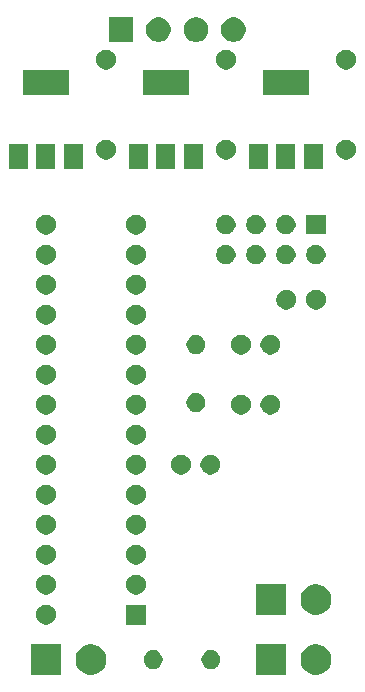
<source format=gbr>
G04 #@! TF.GenerationSoftware,KiCad,Pcbnew,5.1.5-52549c5~84~ubuntu18.04.1*
G04 #@! TF.CreationDate,2020-01-02T13:16:35+00:00*
G04 #@! TF.ProjectId,receiver,72656365-6976-4657-922e-6b696361645f,rev?*
G04 #@! TF.SameCoordinates,Original*
G04 #@! TF.FileFunction,Soldermask,Top*
G04 #@! TF.FilePolarity,Negative*
%FSLAX46Y46*%
G04 Gerber Fmt 4.6, Leading zero omitted, Abs format (unit mm)*
G04 Created by KiCad (PCBNEW 5.1.5-52549c5~84~ubuntu18.04.1) date 2020-01-02 13:16:35*
%MOMM*%
%LPD*%
G04 APERTURE LIST*
%ADD10C,0.100000*%
G04 APERTURE END LIST*
D10*
G36*
X109250680Y-125760680D02*
G01*
X106649320Y-125760680D01*
X106649320Y-123159320D01*
X109250680Y-123159320D01*
X109250680Y-125760680D01*
G37*
G36*
X128300680Y-125760680D02*
G01*
X125699320Y-125760680D01*
X125699320Y-123159320D01*
X128300680Y-123159320D01*
X128300680Y-125760680D01*
G37*
G36*
X131189393Y-123209304D02*
G01*
X131426101Y-123307352D01*
X131426103Y-123307353D01*
X131639135Y-123449696D01*
X131820304Y-123630865D01*
X131962647Y-123843897D01*
X131962648Y-123843899D01*
X132060696Y-124080607D01*
X132110680Y-124331893D01*
X132110680Y-124588107D01*
X132060696Y-124839393D01*
X131962648Y-125076101D01*
X131962647Y-125076103D01*
X131820304Y-125289135D01*
X131639135Y-125470304D01*
X131426103Y-125612647D01*
X131426102Y-125612648D01*
X131426101Y-125612648D01*
X131189393Y-125710696D01*
X130938107Y-125760680D01*
X130681893Y-125760680D01*
X130430607Y-125710696D01*
X130193899Y-125612648D01*
X130193898Y-125612648D01*
X130193897Y-125612647D01*
X129980865Y-125470304D01*
X129799696Y-125289135D01*
X129657353Y-125076103D01*
X129657352Y-125076101D01*
X129559304Y-124839393D01*
X129509320Y-124588107D01*
X129509320Y-124331893D01*
X129559304Y-124080607D01*
X129657352Y-123843899D01*
X129657353Y-123843897D01*
X129799696Y-123630865D01*
X129980865Y-123449696D01*
X130193897Y-123307353D01*
X130193899Y-123307352D01*
X130430607Y-123209304D01*
X130681893Y-123159320D01*
X130938107Y-123159320D01*
X131189393Y-123209304D01*
G37*
G36*
X112139393Y-123209304D02*
G01*
X112376101Y-123307352D01*
X112376103Y-123307353D01*
X112589135Y-123449696D01*
X112770304Y-123630865D01*
X112912647Y-123843897D01*
X112912648Y-123843899D01*
X113010696Y-124080607D01*
X113060680Y-124331893D01*
X113060680Y-124588107D01*
X113010696Y-124839393D01*
X112912648Y-125076101D01*
X112912647Y-125076103D01*
X112770304Y-125289135D01*
X112589135Y-125470304D01*
X112376103Y-125612647D01*
X112376102Y-125612648D01*
X112376101Y-125612648D01*
X112139393Y-125710696D01*
X111888107Y-125760680D01*
X111631893Y-125760680D01*
X111380607Y-125710696D01*
X111143899Y-125612648D01*
X111143898Y-125612648D01*
X111143897Y-125612647D01*
X110930865Y-125470304D01*
X110749696Y-125289135D01*
X110607353Y-125076103D01*
X110607352Y-125076101D01*
X110509304Y-124839393D01*
X110459320Y-124588107D01*
X110459320Y-124331893D01*
X110509304Y-124080607D01*
X110607352Y-123843899D01*
X110607353Y-123843897D01*
X110749696Y-123630865D01*
X110930865Y-123449696D01*
X111143897Y-123307353D01*
X111143899Y-123307352D01*
X111380607Y-123209304D01*
X111631893Y-123159320D01*
X111888107Y-123159320D01*
X112139393Y-123209304D01*
G37*
G36*
X122153642Y-123689781D02*
G01*
X122299414Y-123750162D01*
X122299416Y-123750163D01*
X122430608Y-123837822D01*
X122542178Y-123949392D01*
X122629837Y-124080584D01*
X122629838Y-124080586D01*
X122690219Y-124226358D01*
X122721000Y-124381107D01*
X122721000Y-124538893D01*
X122690219Y-124693642D01*
X122629847Y-124839393D01*
X122629837Y-124839416D01*
X122542178Y-124970608D01*
X122430608Y-125082178D01*
X122299416Y-125169837D01*
X122299415Y-125169838D01*
X122299414Y-125169838D01*
X122153642Y-125230219D01*
X121998893Y-125261000D01*
X121841107Y-125261000D01*
X121686358Y-125230219D01*
X121540586Y-125169838D01*
X121540585Y-125169838D01*
X121540584Y-125169837D01*
X121409392Y-125082178D01*
X121297822Y-124970608D01*
X121210163Y-124839416D01*
X121210153Y-124839393D01*
X121149781Y-124693642D01*
X121119000Y-124538893D01*
X121119000Y-124381107D01*
X121149781Y-124226358D01*
X121210162Y-124080586D01*
X121210163Y-124080584D01*
X121297822Y-123949392D01*
X121409392Y-123837822D01*
X121540584Y-123750163D01*
X121540586Y-123750162D01*
X121686358Y-123689781D01*
X121841107Y-123659000D01*
X121998893Y-123659000D01*
X122153642Y-123689781D01*
G37*
G36*
X117253642Y-123689781D02*
G01*
X117399414Y-123750162D01*
X117399416Y-123750163D01*
X117530608Y-123837822D01*
X117642178Y-123949392D01*
X117729837Y-124080584D01*
X117729838Y-124080586D01*
X117790219Y-124226358D01*
X117821000Y-124381107D01*
X117821000Y-124538893D01*
X117790219Y-124693642D01*
X117729847Y-124839393D01*
X117729837Y-124839416D01*
X117642178Y-124970608D01*
X117530608Y-125082178D01*
X117399416Y-125169837D01*
X117399415Y-125169838D01*
X117399414Y-125169838D01*
X117253642Y-125230219D01*
X117098893Y-125261000D01*
X116941107Y-125261000D01*
X116786358Y-125230219D01*
X116640586Y-125169838D01*
X116640585Y-125169838D01*
X116640584Y-125169837D01*
X116509392Y-125082178D01*
X116397822Y-124970608D01*
X116310163Y-124839416D01*
X116310153Y-124839393D01*
X116249781Y-124693642D01*
X116219000Y-124538893D01*
X116219000Y-124381107D01*
X116249781Y-124226358D01*
X116310162Y-124080586D01*
X116310163Y-124080584D01*
X116397822Y-123949392D01*
X116509392Y-123837822D01*
X116640584Y-123750163D01*
X116640586Y-123750162D01*
X116786358Y-123689781D01*
X116941107Y-123659000D01*
X117098893Y-123659000D01*
X117253642Y-123689781D01*
G37*
G36*
X108198228Y-119831703D02*
G01*
X108353100Y-119895853D01*
X108492481Y-119988985D01*
X108611015Y-120107519D01*
X108704147Y-120246900D01*
X108768297Y-120401772D01*
X108801000Y-120566184D01*
X108801000Y-120733816D01*
X108768297Y-120898228D01*
X108704147Y-121053100D01*
X108611015Y-121192481D01*
X108492481Y-121311015D01*
X108353100Y-121404147D01*
X108198228Y-121468297D01*
X108033816Y-121501000D01*
X107866184Y-121501000D01*
X107701772Y-121468297D01*
X107546900Y-121404147D01*
X107407519Y-121311015D01*
X107288985Y-121192481D01*
X107195853Y-121053100D01*
X107131703Y-120898228D01*
X107099000Y-120733816D01*
X107099000Y-120566184D01*
X107131703Y-120401772D01*
X107195853Y-120246900D01*
X107288985Y-120107519D01*
X107407519Y-119988985D01*
X107546900Y-119895853D01*
X107701772Y-119831703D01*
X107866184Y-119799000D01*
X108033816Y-119799000D01*
X108198228Y-119831703D01*
G37*
G36*
X116421000Y-121501000D02*
G01*
X114719000Y-121501000D01*
X114719000Y-119799000D01*
X116421000Y-119799000D01*
X116421000Y-121501000D01*
G37*
G36*
X128300680Y-120680680D02*
G01*
X125699320Y-120680680D01*
X125699320Y-118079320D01*
X128300680Y-118079320D01*
X128300680Y-120680680D01*
G37*
G36*
X131189393Y-118129304D02*
G01*
X131426101Y-118227352D01*
X131426103Y-118227353D01*
X131639135Y-118369696D01*
X131820304Y-118550865D01*
X131888201Y-118652481D01*
X131962648Y-118763899D01*
X132060696Y-119000607D01*
X132110680Y-119251893D01*
X132110680Y-119508107D01*
X132060696Y-119759393D01*
X131962648Y-119996101D01*
X131962647Y-119996103D01*
X131820304Y-120209135D01*
X131639135Y-120390304D01*
X131426103Y-120532647D01*
X131426102Y-120532648D01*
X131426101Y-120532648D01*
X131189393Y-120630696D01*
X130938107Y-120680680D01*
X130681893Y-120680680D01*
X130430607Y-120630696D01*
X130193899Y-120532648D01*
X130193898Y-120532648D01*
X130193897Y-120532647D01*
X129980865Y-120390304D01*
X129799696Y-120209135D01*
X129657353Y-119996103D01*
X129657352Y-119996101D01*
X129559304Y-119759393D01*
X129509320Y-119508107D01*
X129509320Y-119251893D01*
X129559304Y-119000607D01*
X129657352Y-118763899D01*
X129731799Y-118652481D01*
X129799696Y-118550865D01*
X129980865Y-118369696D01*
X130193897Y-118227353D01*
X130193899Y-118227352D01*
X130430607Y-118129304D01*
X130681893Y-118079320D01*
X130938107Y-118079320D01*
X131189393Y-118129304D01*
G37*
G36*
X115818228Y-117291703D02*
G01*
X115973100Y-117355853D01*
X116112481Y-117448985D01*
X116231015Y-117567519D01*
X116324147Y-117706900D01*
X116388297Y-117861772D01*
X116421000Y-118026184D01*
X116421000Y-118193816D01*
X116388297Y-118358228D01*
X116324147Y-118513100D01*
X116231015Y-118652481D01*
X116112481Y-118771015D01*
X115973100Y-118864147D01*
X115818228Y-118928297D01*
X115653816Y-118961000D01*
X115486184Y-118961000D01*
X115321772Y-118928297D01*
X115166900Y-118864147D01*
X115027519Y-118771015D01*
X114908985Y-118652481D01*
X114815853Y-118513100D01*
X114751703Y-118358228D01*
X114719000Y-118193816D01*
X114719000Y-118026184D01*
X114751703Y-117861772D01*
X114815853Y-117706900D01*
X114908985Y-117567519D01*
X115027519Y-117448985D01*
X115166900Y-117355853D01*
X115321772Y-117291703D01*
X115486184Y-117259000D01*
X115653816Y-117259000D01*
X115818228Y-117291703D01*
G37*
G36*
X108198228Y-117291703D02*
G01*
X108353100Y-117355853D01*
X108492481Y-117448985D01*
X108611015Y-117567519D01*
X108704147Y-117706900D01*
X108768297Y-117861772D01*
X108801000Y-118026184D01*
X108801000Y-118193816D01*
X108768297Y-118358228D01*
X108704147Y-118513100D01*
X108611015Y-118652481D01*
X108492481Y-118771015D01*
X108353100Y-118864147D01*
X108198228Y-118928297D01*
X108033816Y-118961000D01*
X107866184Y-118961000D01*
X107701772Y-118928297D01*
X107546900Y-118864147D01*
X107407519Y-118771015D01*
X107288985Y-118652481D01*
X107195853Y-118513100D01*
X107131703Y-118358228D01*
X107099000Y-118193816D01*
X107099000Y-118026184D01*
X107131703Y-117861772D01*
X107195853Y-117706900D01*
X107288985Y-117567519D01*
X107407519Y-117448985D01*
X107546900Y-117355853D01*
X107701772Y-117291703D01*
X107866184Y-117259000D01*
X108033816Y-117259000D01*
X108198228Y-117291703D01*
G37*
G36*
X108198228Y-114751703D02*
G01*
X108353100Y-114815853D01*
X108492481Y-114908985D01*
X108611015Y-115027519D01*
X108704147Y-115166900D01*
X108768297Y-115321772D01*
X108801000Y-115486184D01*
X108801000Y-115653816D01*
X108768297Y-115818228D01*
X108704147Y-115973100D01*
X108611015Y-116112481D01*
X108492481Y-116231015D01*
X108353100Y-116324147D01*
X108198228Y-116388297D01*
X108033816Y-116421000D01*
X107866184Y-116421000D01*
X107701772Y-116388297D01*
X107546900Y-116324147D01*
X107407519Y-116231015D01*
X107288985Y-116112481D01*
X107195853Y-115973100D01*
X107131703Y-115818228D01*
X107099000Y-115653816D01*
X107099000Y-115486184D01*
X107131703Y-115321772D01*
X107195853Y-115166900D01*
X107288985Y-115027519D01*
X107407519Y-114908985D01*
X107546900Y-114815853D01*
X107701772Y-114751703D01*
X107866184Y-114719000D01*
X108033816Y-114719000D01*
X108198228Y-114751703D01*
G37*
G36*
X115818228Y-114751703D02*
G01*
X115973100Y-114815853D01*
X116112481Y-114908985D01*
X116231015Y-115027519D01*
X116324147Y-115166900D01*
X116388297Y-115321772D01*
X116421000Y-115486184D01*
X116421000Y-115653816D01*
X116388297Y-115818228D01*
X116324147Y-115973100D01*
X116231015Y-116112481D01*
X116112481Y-116231015D01*
X115973100Y-116324147D01*
X115818228Y-116388297D01*
X115653816Y-116421000D01*
X115486184Y-116421000D01*
X115321772Y-116388297D01*
X115166900Y-116324147D01*
X115027519Y-116231015D01*
X114908985Y-116112481D01*
X114815853Y-115973100D01*
X114751703Y-115818228D01*
X114719000Y-115653816D01*
X114719000Y-115486184D01*
X114751703Y-115321772D01*
X114815853Y-115166900D01*
X114908985Y-115027519D01*
X115027519Y-114908985D01*
X115166900Y-114815853D01*
X115321772Y-114751703D01*
X115486184Y-114719000D01*
X115653816Y-114719000D01*
X115818228Y-114751703D01*
G37*
G36*
X115818228Y-112211703D02*
G01*
X115973100Y-112275853D01*
X116112481Y-112368985D01*
X116231015Y-112487519D01*
X116324147Y-112626900D01*
X116388297Y-112781772D01*
X116421000Y-112946184D01*
X116421000Y-113113816D01*
X116388297Y-113278228D01*
X116324147Y-113433100D01*
X116231015Y-113572481D01*
X116112481Y-113691015D01*
X115973100Y-113784147D01*
X115818228Y-113848297D01*
X115653816Y-113881000D01*
X115486184Y-113881000D01*
X115321772Y-113848297D01*
X115166900Y-113784147D01*
X115027519Y-113691015D01*
X114908985Y-113572481D01*
X114815853Y-113433100D01*
X114751703Y-113278228D01*
X114719000Y-113113816D01*
X114719000Y-112946184D01*
X114751703Y-112781772D01*
X114815853Y-112626900D01*
X114908985Y-112487519D01*
X115027519Y-112368985D01*
X115166900Y-112275853D01*
X115321772Y-112211703D01*
X115486184Y-112179000D01*
X115653816Y-112179000D01*
X115818228Y-112211703D01*
G37*
G36*
X108198228Y-112211703D02*
G01*
X108353100Y-112275853D01*
X108492481Y-112368985D01*
X108611015Y-112487519D01*
X108704147Y-112626900D01*
X108768297Y-112781772D01*
X108801000Y-112946184D01*
X108801000Y-113113816D01*
X108768297Y-113278228D01*
X108704147Y-113433100D01*
X108611015Y-113572481D01*
X108492481Y-113691015D01*
X108353100Y-113784147D01*
X108198228Y-113848297D01*
X108033816Y-113881000D01*
X107866184Y-113881000D01*
X107701772Y-113848297D01*
X107546900Y-113784147D01*
X107407519Y-113691015D01*
X107288985Y-113572481D01*
X107195853Y-113433100D01*
X107131703Y-113278228D01*
X107099000Y-113113816D01*
X107099000Y-112946184D01*
X107131703Y-112781772D01*
X107195853Y-112626900D01*
X107288985Y-112487519D01*
X107407519Y-112368985D01*
X107546900Y-112275853D01*
X107701772Y-112211703D01*
X107866184Y-112179000D01*
X108033816Y-112179000D01*
X108198228Y-112211703D01*
G37*
G36*
X115818228Y-109671703D02*
G01*
X115973100Y-109735853D01*
X116112481Y-109828985D01*
X116231015Y-109947519D01*
X116324147Y-110086900D01*
X116388297Y-110241772D01*
X116421000Y-110406184D01*
X116421000Y-110573816D01*
X116388297Y-110738228D01*
X116324147Y-110893100D01*
X116231015Y-111032481D01*
X116112481Y-111151015D01*
X115973100Y-111244147D01*
X115818228Y-111308297D01*
X115653816Y-111341000D01*
X115486184Y-111341000D01*
X115321772Y-111308297D01*
X115166900Y-111244147D01*
X115027519Y-111151015D01*
X114908985Y-111032481D01*
X114815853Y-110893100D01*
X114751703Y-110738228D01*
X114719000Y-110573816D01*
X114719000Y-110406184D01*
X114751703Y-110241772D01*
X114815853Y-110086900D01*
X114908985Y-109947519D01*
X115027519Y-109828985D01*
X115166900Y-109735853D01*
X115321772Y-109671703D01*
X115486184Y-109639000D01*
X115653816Y-109639000D01*
X115818228Y-109671703D01*
G37*
G36*
X108198228Y-109671703D02*
G01*
X108353100Y-109735853D01*
X108492481Y-109828985D01*
X108611015Y-109947519D01*
X108704147Y-110086900D01*
X108768297Y-110241772D01*
X108801000Y-110406184D01*
X108801000Y-110573816D01*
X108768297Y-110738228D01*
X108704147Y-110893100D01*
X108611015Y-111032481D01*
X108492481Y-111151015D01*
X108353100Y-111244147D01*
X108198228Y-111308297D01*
X108033816Y-111341000D01*
X107866184Y-111341000D01*
X107701772Y-111308297D01*
X107546900Y-111244147D01*
X107407519Y-111151015D01*
X107288985Y-111032481D01*
X107195853Y-110893100D01*
X107131703Y-110738228D01*
X107099000Y-110573816D01*
X107099000Y-110406184D01*
X107131703Y-110241772D01*
X107195853Y-110086900D01*
X107288985Y-109947519D01*
X107407519Y-109828985D01*
X107546900Y-109735853D01*
X107701772Y-109671703D01*
X107866184Y-109639000D01*
X108033816Y-109639000D01*
X108198228Y-109671703D01*
G37*
G36*
X119628228Y-107131703D02*
G01*
X119783100Y-107195853D01*
X119922481Y-107288985D01*
X120041015Y-107407519D01*
X120134147Y-107546900D01*
X120198297Y-107701772D01*
X120231000Y-107866184D01*
X120231000Y-108033816D01*
X120198297Y-108198228D01*
X120134147Y-108353100D01*
X120041015Y-108492481D01*
X119922481Y-108611015D01*
X119783100Y-108704147D01*
X119628228Y-108768297D01*
X119463816Y-108801000D01*
X119296184Y-108801000D01*
X119131772Y-108768297D01*
X118976900Y-108704147D01*
X118837519Y-108611015D01*
X118718985Y-108492481D01*
X118625853Y-108353100D01*
X118561703Y-108198228D01*
X118529000Y-108033816D01*
X118529000Y-107866184D01*
X118561703Y-107701772D01*
X118625853Y-107546900D01*
X118718985Y-107407519D01*
X118837519Y-107288985D01*
X118976900Y-107195853D01*
X119131772Y-107131703D01*
X119296184Y-107099000D01*
X119463816Y-107099000D01*
X119628228Y-107131703D01*
G37*
G36*
X108198228Y-107131703D02*
G01*
X108353100Y-107195853D01*
X108492481Y-107288985D01*
X108611015Y-107407519D01*
X108704147Y-107546900D01*
X108768297Y-107701772D01*
X108801000Y-107866184D01*
X108801000Y-108033816D01*
X108768297Y-108198228D01*
X108704147Y-108353100D01*
X108611015Y-108492481D01*
X108492481Y-108611015D01*
X108353100Y-108704147D01*
X108198228Y-108768297D01*
X108033816Y-108801000D01*
X107866184Y-108801000D01*
X107701772Y-108768297D01*
X107546900Y-108704147D01*
X107407519Y-108611015D01*
X107288985Y-108492481D01*
X107195853Y-108353100D01*
X107131703Y-108198228D01*
X107099000Y-108033816D01*
X107099000Y-107866184D01*
X107131703Y-107701772D01*
X107195853Y-107546900D01*
X107288985Y-107407519D01*
X107407519Y-107288985D01*
X107546900Y-107195853D01*
X107701772Y-107131703D01*
X107866184Y-107099000D01*
X108033816Y-107099000D01*
X108198228Y-107131703D01*
G37*
G36*
X122128228Y-107131703D02*
G01*
X122283100Y-107195853D01*
X122422481Y-107288985D01*
X122541015Y-107407519D01*
X122634147Y-107546900D01*
X122698297Y-107701772D01*
X122731000Y-107866184D01*
X122731000Y-108033816D01*
X122698297Y-108198228D01*
X122634147Y-108353100D01*
X122541015Y-108492481D01*
X122422481Y-108611015D01*
X122283100Y-108704147D01*
X122128228Y-108768297D01*
X121963816Y-108801000D01*
X121796184Y-108801000D01*
X121631772Y-108768297D01*
X121476900Y-108704147D01*
X121337519Y-108611015D01*
X121218985Y-108492481D01*
X121125853Y-108353100D01*
X121061703Y-108198228D01*
X121029000Y-108033816D01*
X121029000Y-107866184D01*
X121061703Y-107701772D01*
X121125853Y-107546900D01*
X121218985Y-107407519D01*
X121337519Y-107288985D01*
X121476900Y-107195853D01*
X121631772Y-107131703D01*
X121796184Y-107099000D01*
X121963816Y-107099000D01*
X122128228Y-107131703D01*
G37*
G36*
X115818228Y-107131703D02*
G01*
X115973100Y-107195853D01*
X116112481Y-107288985D01*
X116231015Y-107407519D01*
X116324147Y-107546900D01*
X116388297Y-107701772D01*
X116421000Y-107866184D01*
X116421000Y-108033816D01*
X116388297Y-108198228D01*
X116324147Y-108353100D01*
X116231015Y-108492481D01*
X116112481Y-108611015D01*
X115973100Y-108704147D01*
X115818228Y-108768297D01*
X115653816Y-108801000D01*
X115486184Y-108801000D01*
X115321772Y-108768297D01*
X115166900Y-108704147D01*
X115027519Y-108611015D01*
X114908985Y-108492481D01*
X114815853Y-108353100D01*
X114751703Y-108198228D01*
X114719000Y-108033816D01*
X114719000Y-107866184D01*
X114751703Y-107701772D01*
X114815853Y-107546900D01*
X114908985Y-107407519D01*
X115027519Y-107288985D01*
X115166900Y-107195853D01*
X115321772Y-107131703D01*
X115486184Y-107099000D01*
X115653816Y-107099000D01*
X115818228Y-107131703D01*
G37*
G36*
X108198228Y-104591703D02*
G01*
X108353100Y-104655853D01*
X108492481Y-104748985D01*
X108611015Y-104867519D01*
X108704147Y-105006900D01*
X108768297Y-105161772D01*
X108801000Y-105326184D01*
X108801000Y-105493816D01*
X108768297Y-105658228D01*
X108704147Y-105813100D01*
X108611015Y-105952481D01*
X108492481Y-106071015D01*
X108353100Y-106164147D01*
X108198228Y-106228297D01*
X108033816Y-106261000D01*
X107866184Y-106261000D01*
X107701772Y-106228297D01*
X107546900Y-106164147D01*
X107407519Y-106071015D01*
X107288985Y-105952481D01*
X107195853Y-105813100D01*
X107131703Y-105658228D01*
X107099000Y-105493816D01*
X107099000Y-105326184D01*
X107131703Y-105161772D01*
X107195853Y-105006900D01*
X107288985Y-104867519D01*
X107407519Y-104748985D01*
X107546900Y-104655853D01*
X107701772Y-104591703D01*
X107866184Y-104559000D01*
X108033816Y-104559000D01*
X108198228Y-104591703D01*
G37*
G36*
X115818228Y-104591703D02*
G01*
X115973100Y-104655853D01*
X116112481Y-104748985D01*
X116231015Y-104867519D01*
X116324147Y-105006900D01*
X116388297Y-105161772D01*
X116421000Y-105326184D01*
X116421000Y-105493816D01*
X116388297Y-105658228D01*
X116324147Y-105813100D01*
X116231015Y-105952481D01*
X116112481Y-106071015D01*
X115973100Y-106164147D01*
X115818228Y-106228297D01*
X115653816Y-106261000D01*
X115486184Y-106261000D01*
X115321772Y-106228297D01*
X115166900Y-106164147D01*
X115027519Y-106071015D01*
X114908985Y-105952481D01*
X114815853Y-105813100D01*
X114751703Y-105658228D01*
X114719000Y-105493816D01*
X114719000Y-105326184D01*
X114751703Y-105161772D01*
X114815853Y-105006900D01*
X114908985Y-104867519D01*
X115027519Y-104748985D01*
X115166900Y-104655853D01*
X115321772Y-104591703D01*
X115486184Y-104559000D01*
X115653816Y-104559000D01*
X115818228Y-104591703D01*
G37*
G36*
X127208228Y-102051703D02*
G01*
X127363100Y-102115853D01*
X127502481Y-102208985D01*
X127621015Y-102327519D01*
X127714147Y-102466900D01*
X127778297Y-102621772D01*
X127811000Y-102786184D01*
X127811000Y-102953816D01*
X127778297Y-103118228D01*
X127714147Y-103273100D01*
X127621015Y-103412481D01*
X127502481Y-103531015D01*
X127363100Y-103624147D01*
X127208228Y-103688297D01*
X127043816Y-103721000D01*
X126876184Y-103721000D01*
X126711772Y-103688297D01*
X126556900Y-103624147D01*
X126417519Y-103531015D01*
X126298985Y-103412481D01*
X126205853Y-103273100D01*
X126141703Y-103118228D01*
X126109000Y-102953816D01*
X126109000Y-102786184D01*
X126141703Y-102621772D01*
X126205853Y-102466900D01*
X126298985Y-102327519D01*
X126417519Y-102208985D01*
X126556900Y-102115853D01*
X126711772Y-102051703D01*
X126876184Y-102019000D01*
X127043816Y-102019000D01*
X127208228Y-102051703D01*
G37*
G36*
X124708228Y-102051703D02*
G01*
X124863100Y-102115853D01*
X125002481Y-102208985D01*
X125121015Y-102327519D01*
X125214147Y-102466900D01*
X125278297Y-102621772D01*
X125311000Y-102786184D01*
X125311000Y-102953816D01*
X125278297Y-103118228D01*
X125214147Y-103273100D01*
X125121015Y-103412481D01*
X125002481Y-103531015D01*
X124863100Y-103624147D01*
X124708228Y-103688297D01*
X124543816Y-103721000D01*
X124376184Y-103721000D01*
X124211772Y-103688297D01*
X124056900Y-103624147D01*
X123917519Y-103531015D01*
X123798985Y-103412481D01*
X123705853Y-103273100D01*
X123641703Y-103118228D01*
X123609000Y-102953816D01*
X123609000Y-102786184D01*
X123641703Y-102621772D01*
X123705853Y-102466900D01*
X123798985Y-102327519D01*
X123917519Y-102208985D01*
X124056900Y-102115853D01*
X124211772Y-102051703D01*
X124376184Y-102019000D01*
X124543816Y-102019000D01*
X124708228Y-102051703D01*
G37*
G36*
X115818228Y-102051703D02*
G01*
X115973100Y-102115853D01*
X116112481Y-102208985D01*
X116231015Y-102327519D01*
X116324147Y-102466900D01*
X116388297Y-102621772D01*
X116421000Y-102786184D01*
X116421000Y-102953816D01*
X116388297Y-103118228D01*
X116324147Y-103273100D01*
X116231015Y-103412481D01*
X116112481Y-103531015D01*
X115973100Y-103624147D01*
X115818228Y-103688297D01*
X115653816Y-103721000D01*
X115486184Y-103721000D01*
X115321772Y-103688297D01*
X115166900Y-103624147D01*
X115027519Y-103531015D01*
X114908985Y-103412481D01*
X114815853Y-103273100D01*
X114751703Y-103118228D01*
X114719000Y-102953816D01*
X114719000Y-102786184D01*
X114751703Y-102621772D01*
X114815853Y-102466900D01*
X114908985Y-102327519D01*
X115027519Y-102208985D01*
X115166900Y-102115853D01*
X115321772Y-102051703D01*
X115486184Y-102019000D01*
X115653816Y-102019000D01*
X115818228Y-102051703D01*
G37*
G36*
X108198228Y-102051703D02*
G01*
X108353100Y-102115853D01*
X108492481Y-102208985D01*
X108611015Y-102327519D01*
X108704147Y-102466900D01*
X108768297Y-102621772D01*
X108801000Y-102786184D01*
X108801000Y-102953816D01*
X108768297Y-103118228D01*
X108704147Y-103273100D01*
X108611015Y-103412481D01*
X108492481Y-103531015D01*
X108353100Y-103624147D01*
X108198228Y-103688297D01*
X108033816Y-103721000D01*
X107866184Y-103721000D01*
X107701772Y-103688297D01*
X107546900Y-103624147D01*
X107407519Y-103531015D01*
X107288985Y-103412481D01*
X107195853Y-103273100D01*
X107131703Y-103118228D01*
X107099000Y-102953816D01*
X107099000Y-102786184D01*
X107131703Y-102621772D01*
X107195853Y-102466900D01*
X107288985Y-102327519D01*
X107407519Y-102208985D01*
X107546900Y-102115853D01*
X107701772Y-102051703D01*
X107866184Y-102019000D01*
X108033816Y-102019000D01*
X108198228Y-102051703D01*
G37*
G36*
X120883642Y-101919781D02*
G01*
X121029414Y-101980162D01*
X121029416Y-101980163D01*
X121160608Y-102067822D01*
X121272178Y-102179392D01*
X121291951Y-102208985D01*
X121359838Y-102310586D01*
X121420219Y-102456358D01*
X121451000Y-102611107D01*
X121451000Y-102768893D01*
X121420219Y-102923642D01*
X121407720Y-102953816D01*
X121359837Y-103069416D01*
X121272178Y-103200608D01*
X121160608Y-103312178D01*
X121029416Y-103399837D01*
X121029415Y-103399838D01*
X121029414Y-103399838D01*
X120883642Y-103460219D01*
X120728893Y-103491000D01*
X120571107Y-103491000D01*
X120416358Y-103460219D01*
X120270586Y-103399838D01*
X120270585Y-103399838D01*
X120270584Y-103399837D01*
X120139392Y-103312178D01*
X120027822Y-103200608D01*
X119940163Y-103069416D01*
X119892280Y-102953816D01*
X119879781Y-102923642D01*
X119849000Y-102768893D01*
X119849000Y-102611107D01*
X119879781Y-102456358D01*
X119940162Y-102310586D01*
X120008049Y-102208985D01*
X120027822Y-102179392D01*
X120139392Y-102067822D01*
X120270584Y-101980163D01*
X120270586Y-101980162D01*
X120416358Y-101919781D01*
X120571107Y-101889000D01*
X120728893Y-101889000D01*
X120883642Y-101919781D01*
G37*
G36*
X108198228Y-99511703D02*
G01*
X108353100Y-99575853D01*
X108492481Y-99668985D01*
X108611015Y-99787519D01*
X108704147Y-99926900D01*
X108768297Y-100081772D01*
X108801000Y-100246184D01*
X108801000Y-100413816D01*
X108768297Y-100578228D01*
X108704147Y-100733100D01*
X108611015Y-100872481D01*
X108492481Y-100991015D01*
X108353100Y-101084147D01*
X108198228Y-101148297D01*
X108033816Y-101181000D01*
X107866184Y-101181000D01*
X107701772Y-101148297D01*
X107546900Y-101084147D01*
X107407519Y-100991015D01*
X107288985Y-100872481D01*
X107195853Y-100733100D01*
X107131703Y-100578228D01*
X107099000Y-100413816D01*
X107099000Y-100246184D01*
X107131703Y-100081772D01*
X107195853Y-99926900D01*
X107288985Y-99787519D01*
X107407519Y-99668985D01*
X107546900Y-99575853D01*
X107701772Y-99511703D01*
X107866184Y-99479000D01*
X108033816Y-99479000D01*
X108198228Y-99511703D01*
G37*
G36*
X115818228Y-99511703D02*
G01*
X115973100Y-99575853D01*
X116112481Y-99668985D01*
X116231015Y-99787519D01*
X116324147Y-99926900D01*
X116388297Y-100081772D01*
X116421000Y-100246184D01*
X116421000Y-100413816D01*
X116388297Y-100578228D01*
X116324147Y-100733100D01*
X116231015Y-100872481D01*
X116112481Y-100991015D01*
X115973100Y-101084147D01*
X115818228Y-101148297D01*
X115653816Y-101181000D01*
X115486184Y-101181000D01*
X115321772Y-101148297D01*
X115166900Y-101084147D01*
X115027519Y-100991015D01*
X114908985Y-100872481D01*
X114815853Y-100733100D01*
X114751703Y-100578228D01*
X114719000Y-100413816D01*
X114719000Y-100246184D01*
X114751703Y-100081772D01*
X114815853Y-99926900D01*
X114908985Y-99787519D01*
X115027519Y-99668985D01*
X115166900Y-99575853D01*
X115321772Y-99511703D01*
X115486184Y-99479000D01*
X115653816Y-99479000D01*
X115818228Y-99511703D01*
G37*
G36*
X108198228Y-96971703D02*
G01*
X108353100Y-97035853D01*
X108492481Y-97128985D01*
X108611015Y-97247519D01*
X108704147Y-97386900D01*
X108768297Y-97541772D01*
X108801000Y-97706184D01*
X108801000Y-97873816D01*
X108768297Y-98038228D01*
X108704147Y-98193100D01*
X108611015Y-98332481D01*
X108492481Y-98451015D01*
X108353100Y-98544147D01*
X108198228Y-98608297D01*
X108033816Y-98641000D01*
X107866184Y-98641000D01*
X107701772Y-98608297D01*
X107546900Y-98544147D01*
X107407519Y-98451015D01*
X107288985Y-98332481D01*
X107195853Y-98193100D01*
X107131703Y-98038228D01*
X107099000Y-97873816D01*
X107099000Y-97706184D01*
X107131703Y-97541772D01*
X107195853Y-97386900D01*
X107288985Y-97247519D01*
X107407519Y-97128985D01*
X107546900Y-97035853D01*
X107701772Y-96971703D01*
X107866184Y-96939000D01*
X108033816Y-96939000D01*
X108198228Y-96971703D01*
G37*
G36*
X115818228Y-96971703D02*
G01*
X115973100Y-97035853D01*
X116112481Y-97128985D01*
X116231015Y-97247519D01*
X116324147Y-97386900D01*
X116388297Y-97541772D01*
X116421000Y-97706184D01*
X116421000Y-97873816D01*
X116388297Y-98038228D01*
X116324147Y-98193100D01*
X116231015Y-98332481D01*
X116112481Y-98451015D01*
X115973100Y-98544147D01*
X115818228Y-98608297D01*
X115653816Y-98641000D01*
X115486184Y-98641000D01*
X115321772Y-98608297D01*
X115166900Y-98544147D01*
X115027519Y-98451015D01*
X114908985Y-98332481D01*
X114815853Y-98193100D01*
X114751703Y-98038228D01*
X114719000Y-97873816D01*
X114719000Y-97706184D01*
X114751703Y-97541772D01*
X114815853Y-97386900D01*
X114908985Y-97247519D01*
X115027519Y-97128985D01*
X115166900Y-97035853D01*
X115321772Y-96971703D01*
X115486184Y-96939000D01*
X115653816Y-96939000D01*
X115818228Y-96971703D01*
G37*
G36*
X124708228Y-96971703D02*
G01*
X124863100Y-97035853D01*
X125002481Y-97128985D01*
X125121015Y-97247519D01*
X125214147Y-97386900D01*
X125278297Y-97541772D01*
X125311000Y-97706184D01*
X125311000Y-97873816D01*
X125278297Y-98038228D01*
X125214147Y-98193100D01*
X125121015Y-98332481D01*
X125002481Y-98451015D01*
X124863100Y-98544147D01*
X124708228Y-98608297D01*
X124543816Y-98641000D01*
X124376184Y-98641000D01*
X124211772Y-98608297D01*
X124056900Y-98544147D01*
X123917519Y-98451015D01*
X123798985Y-98332481D01*
X123705853Y-98193100D01*
X123641703Y-98038228D01*
X123609000Y-97873816D01*
X123609000Y-97706184D01*
X123641703Y-97541772D01*
X123705853Y-97386900D01*
X123798985Y-97247519D01*
X123917519Y-97128985D01*
X124056900Y-97035853D01*
X124211772Y-96971703D01*
X124376184Y-96939000D01*
X124543816Y-96939000D01*
X124708228Y-96971703D01*
G37*
G36*
X127208228Y-96971703D02*
G01*
X127363100Y-97035853D01*
X127502481Y-97128985D01*
X127621015Y-97247519D01*
X127714147Y-97386900D01*
X127778297Y-97541772D01*
X127811000Y-97706184D01*
X127811000Y-97873816D01*
X127778297Y-98038228D01*
X127714147Y-98193100D01*
X127621015Y-98332481D01*
X127502481Y-98451015D01*
X127363100Y-98544147D01*
X127208228Y-98608297D01*
X127043816Y-98641000D01*
X126876184Y-98641000D01*
X126711772Y-98608297D01*
X126556900Y-98544147D01*
X126417519Y-98451015D01*
X126298985Y-98332481D01*
X126205853Y-98193100D01*
X126141703Y-98038228D01*
X126109000Y-97873816D01*
X126109000Y-97706184D01*
X126141703Y-97541772D01*
X126205853Y-97386900D01*
X126298985Y-97247519D01*
X126417519Y-97128985D01*
X126556900Y-97035853D01*
X126711772Y-96971703D01*
X126876184Y-96939000D01*
X127043816Y-96939000D01*
X127208228Y-96971703D01*
G37*
G36*
X120883642Y-97019781D02*
G01*
X121029414Y-97080162D01*
X121029416Y-97080163D01*
X121160608Y-97167822D01*
X121272178Y-97279392D01*
X121344012Y-97386900D01*
X121359838Y-97410586D01*
X121420219Y-97556358D01*
X121451000Y-97711107D01*
X121451000Y-97868893D01*
X121420219Y-98023642D01*
X121359838Y-98169414D01*
X121359837Y-98169416D01*
X121272178Y-98300608D01*
X121160608Y-98412178D01*
X121029416Y-98499837D01*
X121029415Y-98499838D01*
X121029414Y-98499838D01*
X120883642Y-98560219D01*
X120728893Y-98591000D01*
X120571107Y-98591000D01*
X120416358Y-98560219D01*
X120270586Y-98499838D01*
X120270585Y-98499838D01*
X120270584Y-98499837D01*
X120139392Y-98412178D01*
X120027822Y-98300608D01*
X119940163Y-98169416D01*
X119940162Y-98169414D01*
X119879781Y-98023642D01*
X119849000Y-97868893D01*
X119849000Y-97711107D01*
X119879781Y-97556358D01*
X119940162Y-97410586D01*
X119955988Y-97386900D01*
X120027822Y-97279392D01*
X120139392Y-97167822D01*
X120270584Y-97080163D01*
X120270586Y-97080162D01*
X120416358Y-97019781D01*
X120571107Y-96989000D01*
X120728893Y-96989000D01*
X120883642Y-97019781D01*
G37*
G36*
X108198228Y-94431703D02*
G01*
X108353100Y-94495853D01*
X108492481Y-94588985D01*
X108611015Y-94707519D01*
X108704147Y-94846900D01*
X108768297Y-95001772D01*
X108801000Y-95166184D01*
X108801000Y-95333816D01*
X108768297Y-95498228D01*
X108704147Y-95653100D01*
X108611015Y-95792481D01*
X108492481Y-95911015D01*
X108353100Y-96004147D01*
X108198228Y-96068297D01*
X108033816Y-96101000D01*
X107866184Y-96101000D01*
X107701772Y-96068297D01*
X107546900Y-96004147D01*
X107407519Y-95911015D01*
X107288985Y-95792481D01*
X107195853Y-95653100D01*
X107131703Y-95498228D01*
X107099000Y-95333816D01*
X107099000Y-95166184D01*
X107131703Y-95001772D01*
X107195853Y-94846900D01*
X107288985Y-94707519D01*
X107407519Y-94588985D01*
X107546900Y-94495853D01*
X107701772Y-94431703D01*
X107866184Y-94399000D01*
X108033816Y-94399000D01*
X108198228Y-94431703D01*
G37*
G36*
X115818228Y-94431703D02*
G01*
X115973100Y-94495853D01*
X116112481Y-94588985D01*
X116231015Y-94707519D01*
X116324147Y-94846900D01*
X116388297Y-95001772D01*
X116421000Y-95166184D01*
X116421000Y-95333816D01*
X116388297Y-95498228D01*
X116324147Y-95653100D01*
X116231015Y-95792481D01*
X116112481Y-95911015D01*
X115973100Y-96004147D01*
X115818228Y-96068297D01*
X115653816Y-96101000D01*
X115486184Y-96101000D01*
X115321772Y-96068297D01*
X115166900Y-96004147D01*
X115027519Y-95911015D01*
X114908985Y-95792481D01*
X114815853Y-95653100D01*
X114751703Y-95498228D01*
X114719000Y-95333816D01*
X114719000Y-95166184D01*
X114751703Y-95001772D01*
X114815853Y-94846900D01*
X114908985Y-94707519D01*
X115027519Y-94588985D01*
X115166900Y-94495853D01*
X115321772Y-94431703D01*
X115486184Y-94399000D01*
X115653816Y-94399000D01*
X115818228Y-94431703D01*
G37*
G36*
X128558228Y-93161703D02*
G01*
X128713100Y-93225853D01*
X128852481Y-93318985D01*
X128971015Y-93437519D01*
X129064147Y-93576900D01*
X129128297Y-93731772D01*
X129161000Y-93896184D01*
X129161000Y-94063816D01*
X129128297Y-94228228D01*
X129064147Y-94383100D01*
X128971015Y-94522481D01*
X128852481Y-94641015D01*
X128713100Y-94734147D01*
X128558228Y-94798297D01*
X128393816Y-94831000D01*
X128226184Y-94831000D01*
X128061772Y-94798297D01*
X127906900Y-94734147D01*
X127767519Y-94641015D01*
X127648985Y-94522481D01*
X127555853Y-94383100D01*
X127491703Y-94228228D01*
X127459000Y-94063816D01*
X127459000Y-93896184D01*
X127491703Y-93731772D01*
X127555853Y-93576900D01*
X127648985Y-93437519D01*
X127767519Y-93318985D01*
X127906900Y-93225853D01*
X128061772Y-93161703D01*
X128226184Y-93129000D01*
X128393816Y-93129000D01*
X128558228Y-93161703D01*
G37*
G36*
X131058228Y-93161703D02*
G01*
X131213100Y-93225853D01*
X131352481Y-93318985D01*
X131471015Y-93437519D01*
X131564147Y-93576900D01*
X131628297Y-93731772D01*
X131661000Y-93896184D01*
X131661000Y-94063816D01*
X131628297Y-94228228D01*
X131564147Y-94383100D01*
X131471015Y-94522481D01*
X131352481Y-94641015D01*
X131213100Y-94734147D01*
X131058228Y-94798297D01*
X130893816Y-94831000D01*
X130726184Y-94831000D01*
X130561772Y-94798297D01*
X130406900Y-94734147D01*
X130267519Y-94641015D01*
X130148985Y-94522481D01*
X130055853Y-94383100D01*
X129991703Y-94228228D01*
X129959000Y-94063816D01*
X129959000Y-93896184D01*
X129991703Y-93731772D01*
X130055853Y-93576900D01*
X130148985Y-93437519D01*
X130267519Y-93318985D01*
X130406900Y-93225853D01*
X130561772Y-93161703D01*
X130726184Y-93129000D01*
X130893816Y-93129000D01*
X131058228Y-93161703D01*
G37*
G36*
X115818228Y-91891703D02*
G01*
X115973100Y-91955853D01*
X116112481Y-92048985D01*
X116231015Y-92167519D01*
X116324147Y-92306900D01*
X116388297Y-92461772D01*
X116421000Y-92626184D01*
X116421000Y-92793816D01*
X116388297Y-92958228D01*
X116324147Y-93113100D01*
X116231015Y-93252481D01*
X116112481Y-93371015D01*
X115973100Y-93464147D01*
X115818228Y-93528297D01*
X115653816Y-93561000D01*
X115486184Y-93561000D01*
X115321772Y-93528297D01*
X115166900Y-93464147D01*
X115027519Y-93371015D01*
X114908985Y-93252481D01*
X114815853Y-93113100D01*
X114751703Y-92958228D01*
X114719000Y-92793816D01*
X114719000Y-92626184D01*
X114751703Y-92461772D01*
X114815853Y-92306900D01*
X114908985Y-92167519D01*
X115027519Y-92048985D01*
X115166900Y-91955853D01*
X115321772Y-91891703D01*
X115486184Y-91859000D01*
X115653816Y-91859000D01*
X115818228Y-91891703D01*
G37*
G36*
X108198228Y-91891703D02*
G01*
X108353100Y-91955853D01*
X108492481Y-92048985D01*
X108611015Y-92167519D01*
X108704147Y-92306900D01*
X108768297Y-92461772D01*
X108801000Y-92626184D01*
X108801000Y-92793816D01*
X108768297Y-92958228D01*
X108704147Y-93113100D01*
X108611015Y-93252481D01*
X108492481Y-93371015D01*
X108353100Y-93464147D01*
X108198228Y-93528297D01*
X108033816Y-93561000D01*
X107866184Y-93561000D01*
X107701772Y-93528297D01*
X107546900Y-93464147D01*
X107407519Y-93371015D01*
X107288985Y-93252481D01*
X107195853Y-93113100D01*
X107131703Y-92958228D01*
X107099000Y-92793816D01*
X107099000Y-92626184D01*
X107131703Y-92461772D01*
X107195853Y-92306900D01*
X107288985Y-92167519D01*
X107407519Y-92048985D01*
X107546900Y-91955853D01*
X107701772Y-91891703D01*
X107866184Y-91859000D01*
X108033816Y-91859000D01*
X108198228Y-91891703D01*
G37*
G36*
X115818228Y-89351703D02*
G01*
X115973100Y-89415853D01*
X116112481Y-89508985D01*
X116231015Y-89627519D01*
X116324147Y-89766900D01*
X116388297Y-89921772D01*
X116421000Y-90086184D01*
X116421000Y-90253816D01*
X116388297Y-90418228D01*
X116324147Y-90573100D01*
X116231015Y-90712481D01*
X116112481Y-90831015D01*
X115973100Y-90924147D01*
X115818228Y-90988297D01*
X115653816Y-91021000D01*
X115486184Y-91021000D01*
X115321772Y-90988297D01*
X115166900Y-90924147D01*
X115027519Y-90831015D01*
X114908985Y-90712481D01*
X114815853Y-90573100D01*
X114751703Y-90418228D01*
X114719000Y-90253816D01*
X114719000Y-90086184D01*
X114751703Y-89921772D01*
X114815853Y-89766900D01*
X114908985Y-89627519D01*
X115027519Y-89508985D01*
X115166900Y-89415853D01*
X115321772Y-89351703D01*
X115486184Y-89319000D01*
X115653816Y-89319000D01*
X115818228Y-89351703D01*
G37*
G36*
X108198228Y-89351703D02*
G01*
X108353100Y-89415853D01*
X108492481Y-89508985D01*
X108611015Y-89627519D01*
X108704147Y-89766900D01*
X108768297Y-89921772D01*
X108801000Y-90086184D01*
X108801000Y-90253816D01*
X108768297Y-90418228D01*
X108704147Y-90573100D01*
X108611015Y-90712481D01*
X108492481Y-90831015D01*
X108353100Y-90924147D01*
X108198228Y-90988297D01*
X108033816Y-91021000D01*
X107866184Y-91021000D01*
X107701772Y-90988297D01*
X107546900Y-90924147D01*
X107407519Y-90831015D01*
X107288985Y-90712481D01*
X107195853Y-90573100D01*
X107131703Y-90418228D01*
X107099000Y-90253816D01*
X107099000Y-90086184D01*
X107131703Y-89921772D01*
X107195853Y-89766900D01*
X107288985Y-89627519D01*
X107407519Y-89508985D01*
X107546900Y-89415853D01*
X107701772Y-89351703D01*
X107866184Y-89319000D01*
X108033816Y-89319000D01*
X108198228Y-89351703D01*
G37*
G36*
X125967142Y-89388242D02*
G01*
X126115101Y-89449529D01*
X126248255Y-89538499D01*
X126361501Y-89651745D01*
X126450471Y-89784899D01*
X126511758Y-89932858D01*
X126543000Y-90089925D01*
X126543000Y-90250075D01*
X126511758Y-90407142D01*
X126450471Y-90555101D01*
X126361501Y-90688255D01*
X126248255Y-90801501D01*
X126115101Y-90890471D01*
X125967142Y-90951758D01*
X125810075Y-90983000D01*
X125649925Y-90983000D01*
X125492858Y-90951758D01*
X125344899Y-90890471D01*
X125211745Y-90801501D01*
X125098499Y-90688255D01*
X125009529Y-90555101D01*
X124948242Y-90407142D01*
X124917000Y-90250075D01*
X124917000Y-90089925D01*
X124948242Y-89932858D01*
X125009529Y-89784899D01*
X125098499Y-89651745D01*
X125211745Y-89538499D01*
X125344899Y-89449529D01*
X125492858Y-89388242D01*
X125649925Y-89357000D01*
X125810075Y-89357000D01*
X125967142Y-89388242D01*
G37*
G36*
X128507142Y-89388242D02*
G01*
X128655101Y-89449529D01*
X128788255Y-89538499D01*
X128901501Y-89651745D01*
X128990471Y-89784899D01*
X129051758Y-89932858D01*
X129083000Y-90089925D01*
X129083000Y-90250075D01*
X129051758Y-90407142D01*
X128990471Y-90555101D01*
X128901501Y-90688255D01*
X128788255Y-90801501D01*
X128655101Y-90890471D01*
X128507142Y-90951758D01*
X128350075Y-90983000D01*
X128189925Y-90983000D01*
X128032858Y-90951758D01*
X127884899Y-90890471D01*
X127751745Y-90801501D01*
X127638499Y-90688255D01*
X127549529Y-90555101D01*
X127488242Y-90407142D01*
X127457000Y-90250075D01*
X127457000Y-90089925D01*
X127488242Y-89932858D01*
X127549529Y-89784899D01*
X127638499Y-89651745D01*
X127751745Y-89538499D01*
X127884899Y-89449529D01*
X128032858Y-89388242D01*
X128189925Y-89357000D01*
X128350075Y-89357000D01*
X128507142Y-89388242D01*
G37*
G36*
X131047142Y-89388242D02*
G01*
X131195101Y-89449529D01*
X131328255Y-89538499D01*
X131441501Y-89651745D01*
X131530471Y-89784899D01*
X131591758Y-89932858D01*
X131623000Y-90089925D01*
X131623000Y-90250075D01*
X131591758Y-90407142D01*
X131530471Y-90555101D01*
X131441501Y-90688255D01*
X131328255Y-90801501D01*
X131195101Y-90890471D01*
X131047142Y-90951758D01*
X130890075Y-90983000D01*
X130729925Y-90983000D01*
X130572858Y-90951758D01*
X130424899Y-90890471D01*
X130291745Y-90801501D01*
X130178499Y-90688255D01*
X130089529Y-90555101D01*
X130028242Y-90407142D01*
X129997000Y-90250075D01*
X129997000Y-90089925D01*
X130028242Y-89932858D01*
X130089529Y-89784899D01*
X130178499Y-89651745D01*
X130291745Y-89538499D01*
X130424899Y-89449529D01*
X130572858Y-89388242D01*
X130729925Y-89357000D01*
X130890075Y-89357000D01*
X131047142Y-89388242D01*
G37*
G36*
X123427142Y-89388242D02*
G01*
X123575101Y-89449529D01*
X123708255Y-89538499D01*
X123821501Y-89651745D01*
X123910471Y-89784899D01*
X123971758Y-89932858D01*
X124003000Y-90089925D01*
X124003000Y-90250075D01*
X123971758Y-90407142D01*
X123910471Y-90555101D01*
X123821501Y-90688255D01*
X123708255Y-90801501D01*
X123575101Y-90890471D01*
X123427142Y-90951758D01*
X123270075Y-90983000D01*
X123109925Y-90983000D01*
X122952858Y-90951758D01*
X122804899Y-90890471D01*
X122671745Y-90801501D01*
X122558499Y-90688255D01*
X122469529Y-90555101D01*
X122408242Y-90407142D01*
X122377000Y-90250075D01*
X122377000Y-90089925D01*
X122408242Y-89932858D01*
X122469529Y-89784899D01*
X122558499Y-89651745D01*
X122671745Y-89538499D01*
X122804899Y-89449529D01*
X122952858Y-89388242D01*
X123109925Y-89357000D01*
X123270075Y-89357000D01*
X123427142Y-89388242D01*
G37*
G36*
X115818228Y-86811703D02*
G01*
X115973100Y-86875853D01*
X116112481Y-86968985D01*
X116231015Y-87087519D01*
X116324147Y-87226900D01*
X116388297Y-87381772D01*
X116421000Y-87546184D01*
X116421000Y-87713816D01*
X116388297Y-87878228D01*
X116324147Y-88033100D01*
X116231015Y-88172481D01*
X116112481Y-88291015D01*
X115973100Y-88384147D01*
X115818228Y-88448297D01*
X115653816Y-88481000D01*
X115486184Y-88481000D01*
X115321772Y-88448297D01*
X115166900Y-88384147D01*
X115027519Y-88291015D01*
X114908985Y-88172481D01*
X114815853Y-88033100D01*
X114751703Y-87878228D01*
X114719000Y-87713816D01*
X114719000Y-87546184D01*
X114751703Y-87381772D01*
X114815853Y-87226900D01*
X114908985Y-87087519D01*
X115027519Y-86968985D01*
X115166900Y-86875853D01*
X115321772Y-86811703D01*
X115486184Y-86779000D01*
X115653816Y-86779000D01*
X115818228Y-86811703D01*
G37*
G36*
X108198228Y-86811703D02*
G01*
X108353100Y-86875853D01*
X108492481Y-86968985D01*
X108611015Y-87087519D01*
X108704147Y-87226900D01*
X108768297Y-87381772D01*
X108801000Y-87546184D01*
X108801000Y-87713816D01*
X108768297Y-87878228D01*
X108704147Y-88033100D01*
X108611015Y-88172481D01*
X108492481Y-88291015D01*
X108353100Y-88384147D01*
X108198228Y-88448297D01*
X108033816Y-88481000D01*
X107866184Y-88481000D01*
X107701772Y-88448297D01*
X107546900Y-88384147D01*
X107407519Y-88291015D01*
X107288985Y-88172481D01*
X107195853Y-88033100D01*
X107131703Y-87878228D01*
X107099000Y-87713816D01*
X107099000Y-87546184D01*
X107131703Y-87381772D01*
X107195853Y-87226900D01*
X107288985Y-87087519D01*
X107407519Y-86968985D01*
X107546900Y-86875853D01*
X107701772Y-86811703D01*
X107866184Y-86779000D01*
X108033816Y-86779000D01*
X108198228Y-86811703D01*
G37*
G36*
X123427142Y-86848242D02*
G01*
X123575101Y-86909529D01*
X123708255Y-86998499D01*
X123821501Y-87111745D01*
X123910471Y-87244899D01*
X123971758Y-87392858D01*
X124003000Y-87549925D01*
X124003000Y-87710075D01*
X123971758Y-87867142D01*
X123910471Y-88015101D01*
X123821501Y-88148255D01*
X123708255Y-88261501D01*
X123575101Y-88350471D01*
X123427142Y-88411758D01*
X123270075Y-88443000D01*
X123109925Y-88443000D01*
X122952858Y-88411758D01*
X122804899Y-88350471D01*
X122671745Y-88261501D01*
X122558499Y-88148255D01*
X122469529Y-88015101D01*
X122408242Y-87867142D01*
X122377000Y-87710075D01*
X122377000Y-87549925D01*
X122408242Y-87392858D01*
X122469529Y-87244899D01*
X122558499Y-87111745D01*
X122671745Y-86998499D01*
X122804899Y-86909529D01*
X122952858Y-86848242D01*
X123109925Y-86817000D01*
X123270075Y-86817000D01*
X123427142Y-86848242D01*
G37*
G36*
X131623000Y-88443000D02*
G01*
X129997000Y-88443000D01*
X129997000Y-86817000D01*
X131623000Y-86817000D01*
X131623000Y-88443000D01*
G37*
G36*
X128507142Y-86848242D02*
G01*
X128655101Y-86909529D01*
X128788255Y-86998499D01*
X128901501Y-87111745D01*
X128990471Y-87244899D01*
X129051758Y-87392858D01*
X129083000Y-87549925D01*
X129083000Y-87710075D01*
X129051758Y-87867142D01*
X128990471Y-88015101D01*
X128901501Y-88148255D01*
X128788255Y-88261501D01*
X128655101Y-88350471D01*
X128507142Y-88411758D01*
X128350075Y-88443000D01*
X128189925Y-88443000D01*
X128032858Y-88411758D01*
X127884899Y-88350471D01*
X127751745Y-88261501D01*
X127638499Y-88148255D01*
X127549529Y-88015101D01*
X127488242Y-87867142D01*
X127457000Y-87710075D01*
X127457000Y-87549925D01*
X127488242Y-87392858D01*
X127549529Y-87244899D01*
X127638499Y-87111745D01*
X127751745Y-86998499D01*
X127884899Y-86909529D01*
X128032858Y-86848242D01*
X128189925Y-86817000D01*
X128350075Y-86817000D01*
X128507142Y-86848242D01*
G37*
G36*
X125967142Y-86848242D02*
G01*
X126115101Y-86909529D01*
X126248255Y-86998499D01*
X126361501Y-87111745D01*
X126450471Y-87244899D01*
X126511758Y-87392858D01*
X126543000Y-87549925D01*
X126543000Y-87710075D01*
X126511758Y-87867142D01*
X126450471Y-88015101D01*
X126361501Y-88148255D01*
X126248255Y-88261501D01*
X126115101Y-88350471D01*
X125967142Y-88411758D01*
X125810075Y-88443000D01*
X125649925Y-88443000D01*
X125492858Y-88411758D01*
X125344899Y-88350471D01*
X125211745Y-88261501D01*
X125098499Y-88148255D01*
X125009529Y-88015101D01*
X124948242Y-87867142D01*
X124917000Y-87710075D01*
X124917000Y-87549925D01*
X124948242Y-87392858D01*
X125009529Y-87244899D01*
X125098499Y-87111745D01*
X125211745Y-86998499D01*
X125344899Y-86909529D01*
X125492858Y-86848242D01*
X125649925Y-86817000D01*
X125810075Y-86817000D01*
X125967142Y-86848242D01*
G37*
G36*
X131371000Y-82941000D02*
G01*
X129769000Y-82941000D01*
X129769000Y-80839000D01*
X131371000Y-80839000D01*
X131371000Y-82941000D01*
G37*
G36*
X106451000Y-82941000D02*
G01*
X104849000Y-82941000D01*
X104849000Y-80839000D01*
X106451000Y-80839000D01*
X106451000Y-82941000D01*
G37*
G36*
X116611000Y-82941000D02*
G01*
X115009000Y-82941000D01*
X115009000Y-80839000D01*
X116611000Y-80839000D01*
X116611000Y-82941000D01*
G37*
G36*
X118911000Y-82941000D02*
G01*
X117309000Y-82941000D01*
X117309000Y-80839000D01*
X118911000Y-80839000D01*
X118911000Y-82941000D01*
G37*
G36*
X121211000Y-82941000D02*
G01*
X119609000Y-82941000D01*
X119609000Y-80839000D01*
X121211000Y-80839000D01*
X121211000Y-82941000D01*
G37*
G36*
X129071000Y-82941000D02*
G01*
X127469000Y-82941000D01*
X127469000Y-80839000D01*
X129071000Y-80839000D01*
X129071000Y-82941000D01*
G37*
G36*
X108751000Y-82941000D02*
G01*
X107149000Y-82941000D01*
X107149000Y-80839000D01*
X108751000Y-80839000D01*
X108751000Y-82941000D01*
G37*
G36*
X111051000Y-82941000D02*
G01*
X109449000Y-82941000D01*
X109449000Y-80839000D01*
X111051000Y-80839000D01*
X111051000Y-82941000D01*
G37*
G36*
X126771000Y-82941000D02*
G01*
X125169000Y-82941000D01*
X125169000Y-80839000D01*
X126771000Y-80839000D01*
X126771000Y-82941000D01*
G37*
G36*
X123438228Y-80461703D02*
G01*
X123593100Y-80525853D01*
X123732481Y-80618985D01*
X123851015Y-80737519D01*
X123944147Y-80876900D01*
X124008297Y-81031772D01*
X124041000Y-81196184D01*
X124041000Y-81363816D01*
X124008297Y-81528228D01*
X123944147Y-81683100D01*
X123851015Y-81822481D01*
X123732481Y-81941015D01*
X123593100Y-82034147D01*
X123438228Y-82098297D01*
X123273816Y-82131000D01*
X123106184Y-82131000D01*
X122941772Y-82098297D01*
X122786900Y-82034147D01*
X122647519Y-81941015D01*
X122528985Y-81822481D01*
X122435853Y-81683100D01*
X122371703Y-81528228D01*
X122339000Y-81363816D01*
X122339000Y-81196184D01*
X122371703Y-81031772D01*
X122435853Y-80876900D01*
X122528985Y-80737519D01*
X122647519Y-80618985D01*
X122786900Y-80525853D01*
X122941772Y-80461703D01*
X123106184Y-80429000D01*
X123273816Y-80429000D01*
X123438228Y-80461703D01*
G37*
G36*
X133598228Y-80461703D02*
G01*
X133753100Y-80525853D01*
X133892481Y-80618985D01*
X134011015Y-80737519D01*
X134104147Y-80876900D01*
X134168297Y-81031772D01*
X134201000Y-81196184D01*
X134201000Y-81363816D01*
X134168297Y-81528228D01*
X134104147Y-81683100D01*
X134011015Y-81822481D01*
X133892481Y-81941015D01*
X133753100Y-82034147D01*
X133598228Y-82098297D01*
X133433816Y-82131000D01*
X133266184Y-82131000D01*
X133101772Y-82098297D01*
X132946900Y-82034147D01*
X132807519Y-81941015D01*
X132688985Y-81822481D01*
X132595853Y-81683100D01*
X132531703Y-81528228D01*
X132499000Y-81363816D01*
X132499000Y-81196184D01*
X132531703Y-81031772D01*
X132595853Y-80876900D01*
X132688985Y-80737519D01*
X132807519Y-80618985D01*
X132946900Y-80525853D01*
X133101772Y-80461703D01*
X133266184Y-80429000D01*
X133433816Y-80429000D01*
X133598228Y-80461703D01*
G37*
G36*
X113278228Y-80461703D02*
G01*
X113433100Y-80525853D01*
X113572481Y-80618985D01*
X113691015Y-80737519D01*
X113784147Y-80876900D01*
X113848297Y-81031772D01*
X113881000Y-81196184D01*
X113881000Y-81363816D01*
X113848297Y-81528228D01*
X113784147Y-81683100D01*
X113691015Y-81822481D01*
X113572481Y-81941015D01*
X113433100Y-82034147D01*
X113278228Y-82098297D01*
X113113816Y-82131000D01*
X112946184Y-82131000D01*
X112781772Y-82098297D01*
X112626900Y-82034147D01*
X112487519Y-81941015D01*
X112368985Y-81822481D01*
X112275853Y-81683100D01*
X112211703Y-81528228D01*
X112179000Y-81363816D01*
X112179000Y-81196184D01*
X112211703Y-81031772D01*
X112275853Y-80876900D01*
X112368985Y-80737519D01*
X112487519Y-80618985D01*
X112626900Y-80525853D01*
X112781772Y-80461703D01*
X112946184Y-80429000D01*
X113113816Y-80429000D01*
X113278228Y-80461703D01*
G37*
G36*
X120061000Y-76641000D02*
G01*
X116159000Y-76641000D01*
X116159000Y-74539000D01*
X120061000Y-74539000D01*
X120061000Y-76641000D01*
G37*
G36*
X130221000Y-76641000D02*
G01*
X126319000Y-76641000D01*
X126319000Y-74539000D01*
X130221000Y-74539000D01*
X130221000Y-76641000D01*
G37*
G36*
X109901000Y-76641000D02*
G01*
X105999000Y-76641000D01*
X105999000Y-74539000D01*
X109901000Y-74539000D01*
X109901000Y-76641000D01*
G37*
G36*
X133598228Y-72841703D02*
G01*
X133753100Y-72905853D01*
X133892481Y-72998985D01*
X134011015Y-73117519D01*
X134104147Y-73256900D01*
X134168297Y-73411772D01*
X134201000Y-73576184D01*
X134201000Y-73743816D01*
X134168297Y-73908228D01*
X134104147Y-74063100D01*
X134011015Y-74202481D01*
X133892481Y-74321015D01*
X133753100Y-74414147D01*
X133598228Y-74478297D01*
X133433816Y-74511000D01*
X133266184Y-74511000D01*
X133101772Y-74478297D01*
X132946900Y-74414147D01*
X132807519Y-74321015D01*
X132688985Y-74202481D01*
X132595853Y-74063100D01*
X132531703Y-73908228D01*
X132499000Y-73743816D01*
X132499000Y-73576184D01*
X132531703Y-73411772D01*
X132595853Y-73256900D01*
X132688985Y-73117519D01*
X132807519Y-72998985D01*
X132946900Y-72905853D01*
X133101772Y-72841703D01*
X133266184Y-72809000D01*
X133433816Y-72809000D01*
X133598228Y-72841703D01*
G37*
G36*
X123438228Y-72841703D02*
G01*
X123593100Y-72905853D01*
X123732481Y-72998985D01*
X123851015Y-73117519D01*
X123944147Y-73256900D01*
X124008297Y-73411772D01*
X124041000Y-73576184D01*
X124041000Y-73743816D01*
X124008297Y-73908228D01*
X123944147Y-74063100D01*
X123851015Y-74202481D01*
X123732481Y-74321015D01*
X123593100Y-74414147D01*
X123438228Y-74478297D01*
X123273816Y-74511000D01*
X123106184Y-74511000D01*
X122941772Y-74478297D01*
X122786900Y-74414147D01*
X122647519Y-74321015D01*
X122528985Y-74202481D01*
X122435853Y-74063100D01*
X122371703Y-73908228D01*
X122339000Y-73743816D01*
X122339000Y-73576184D01*
X122371703Y-73411772D01*
X122435853Y-73256900D01*
X122528985Y-73117519D01*
X122647519Y-72998985D01*
X122786900Y-72905853D01*
X122941772Y-72841703D01*
X123106184Y-72809000D01*
X123273816Y-72809000D01*
X123438228Y-72841703D01*
G37*
G36*
X113278228Y-72841703D02*
G01*
X113433100Y-72905853D01*
X113572481Y-72998985D01*
X113691015Y-73117519D01*
X113784147Y-73256900D01*
X113848297Y-73411772D01*
X113881000Y-73576184D01*
X113881000Y-73743816D01*
X113848297Y-73908228D01*
X113784147Y-74063100D01*
X113691015Y-74202481D01*
X113572481Y-74321015D01*
X113433100Y-74414147D01*
X113278228Y-74478297D01*
X113113816Y-74511000D01*
X112946184Y-74511000D01*
X112781772Y-74478297D01*
X112626900Y-74414147D01*
X112487519Y-74321015D01*
X112368985Y-74202481D01*
X112275853Y-74063100D01*
X112211703Y-73908228D01*
X112179000Y-73743816D01*
X112179000Y-73576184D01*
X112211703Y-73411772D01*
X112275853Y-73256900D01*
X112368985Y-73117519D01*
X112487519Y-72998985D01*
X112626900Y-72905853D01*
X112781772Y-72841703D01*
X112946184Y-72809000D01*
X113113816Y-72809000D01*
X113278228Y-72841703D01*
G37*
G36*
X124131416Y-70109879D02*
G01*
X124322592Y-70189067D01*
X124322594Y-70189068D01*
X124494648Y-70304031D01*
X124640969Y-70450352D01*
X124755933Y-70622408D01*
X124835121Y-70813584D01*
X124875490Y-71016534D01*
X124875490Y-71223466D01*
X124835121Y-71426416D01*
X124755933Y-71617592D01*
X124755932Y-71617594D01*
X124640969Y-71789648D01*
X124494648Y-71935969D01*
X124322594Y-72050932D01*
X124322593Y-72050933D01*
X124322592Y-72050933D01*
X124131416Y-72130121D01*
X123928466Y-72170490D01*
X123721534Y-72170490D01*
X123518584Y-72130121D01*
X123327408Y-72050933D01*
X123327407Y-72050933D01*
X123327406Y-72050932D01*
X123155352Y-71935969D01*
X123009031Y-71789648D01*
X122894068Y-71617594D01*
X122894067Y-71617592D01*
X122814879Y-71426416D01*
X122774510Y-71223466D01*
X122774510Y-71016534D01*
X122814879Y-70813584D01*
X122894067Y-70622408D01*
X123009031Y-70450352D01*
X123155352Y-70304031D01*
X123327406Y-70189068D01*
X123327408Y-70189067D01*
X123518584Y-70109879D01*
X123721534Y-70069510D01*
X123928466Y-70069510D01*
X124131416Y-70109879D01*
G37*
G36*
X120956416Y-70109879D02*
G01*
X121147592Y-70189067D01*
X121147594Y-70189068D01*
X121319648Y-70304031D01*
X121465969Y-70450352D01*
X121580933Y-70622408D01*
X121660121Y-70813584D01*
X121700490Y-71016534D01*
X121700490Y-71223466D01*
X121660121Y-71426416D01*
X121580933Y-71617592D01*
X121580932Y-71617594D01*
X121465969Y-71789648D01*
X121319648Y-71935969D01*
X121147594Y-72050932D01*
X121147593Y-72050933D01*
X121147592Y-72050933D01*
X120956416Y-72130121D01*
X120753466Y-72170490D01*
X120546534Y-72170490D01*
X120343584Y-72130121D01*
X120152408Y-72050933D01*
X120152407Y-72050933D01*
X120152406Y-72050932D01*
X119980352Y-71935969D01*
X119834031Y-71789648D01*
X119719068Y-71617594D01*
X119719067Y-71617592D01*
X119639879Y-71426416D01*
X119599510Y-71223466D01*
X119599510Y-71016534D01*
X119639879Y-70813584D01*
X119719067Y-70622408D01*
X119834031Y-70450352D01*
X119980352Y-70304031D01*
X120152406Y-70189068D01*
X120152408Y-70189067D01*
X120343584Y-70109879D01*
X120546534Y-70069510D01*
X120753466Y-70069510D01*
X120956416Y-70109879D01*
G37*
G36*
X117781416Y-70109879D02*
G01*
X117972592Y-70189067D01*
X117972594Y-70189068D01*
X118144648Y-70304031D01*
X118290969Y-70450352D01*
X118405933Y-70622408D01*
X118485121Y-70813584D01*
X118525490Y-71016534D01*
X118525490Y-71223466D01*
X118485121Y-71426416D01*
X118405933Y-71617592D01*
X118405932Y-71617594D01*
X118290969Y-71789648D01*
X118144648Y-71935969D01*
X117972594Y-72050932D01*
X117972593Y-72050933D01*
X117972592Y-72050933D01*
X117781416Y-72130121D01*
X117578466Y-72170490D01*
X117371534Y-72170490D01*
X117168584Y-72130121D01*
X116977408Y-72050933D01*
X116977407Y-72050933D01*
X116977406Y-72050932D01*
X116805352Y-71935969D01*
X116659031Y-71789648D01*
X116544068Y-71617594D01*
X116544067Y-71617592D01*
X116464879Y-71426416D01*
X116424510Y-71223466D01*
X116424510Y-71016534D01*
X116464879Y-70813584D01*
X116544067Y-70622408D01*
X116659031Y-70450352D01*
X116805352Y-70304031D01*
X116977406Y-70189068D01*
X116977408Y-70189067D01*
X117168584Y-70109879D01*
X117371534Y-70069510D01*
X117578466Y-70069510D01*
X117781416Y-70109879D01*
G37*
G36*
X115350490Y-72170490D02*
G01*
X113249510Y-72170490D01*
X113249510Y-70069510D01*
X115350490Y-70069510D01*
X115350490Y-72170490D01*
G37*
M02*

</source>
